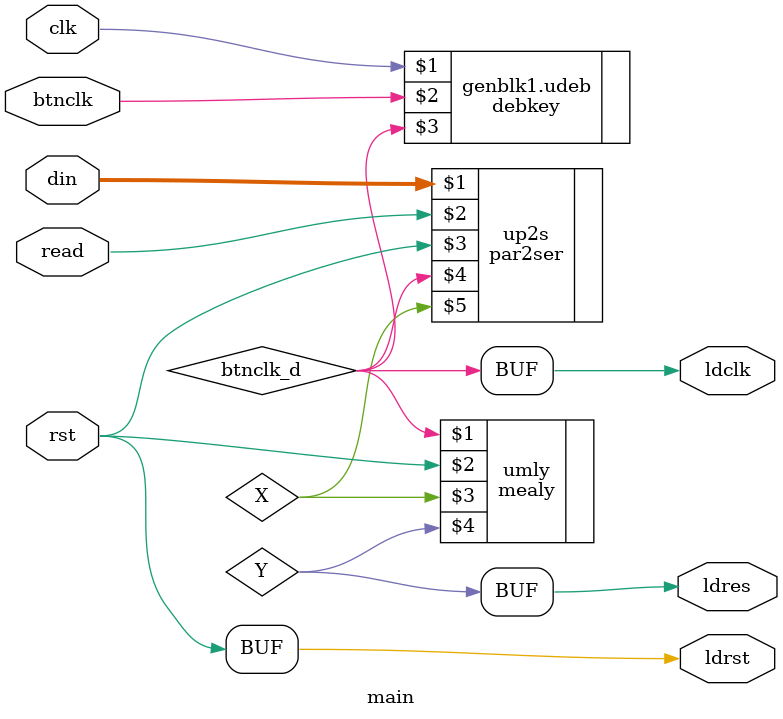
<source format=v>
module main #(parameter T50MS = 50*10**5)
             (input [7:0] din, //开关并行输入8位，开关7~0
              input read,      //开始读取，开关15
              input rst,       //复位，开关14
              input clk,       //自带时钟
              input btnclk,    //按键模拟clk，按键中键
              output ldrst,    //复位提示灯，LED14
              output ldclk,    //clk脉冲提示灯，LED15
              output ldres);   //含1011序列提示灯，LED3
//------------------------------
//按键模拟时钟信号消抖
wire btnclk_d;
if (T50MS == 0)
//仿真用代码不用消抖
    assign btnclk_d = btnclk;
else
//板子按键需要消抖
    debkey #(T50MS) udeb(clk, btnclk, btnclk_d);
//------------------------------
//模拟按键提示灯
assign ldclk = btnclk_d;
//复位提示灯
assign ldrst = rst;
//------------------------------
//并行输入，每个模拟时钟上升沿输出一位
wire X;
par2ser up2s (din, read, rst, btnclk_d, X);
//------------------------------
//实例化米里状态机，每个模拟时钟上升沿输入X，输出Y
wire Y;
assign ldres = Y;
mealy umly (btnclk_d, rst, X, Y);

endmodule
</source>
